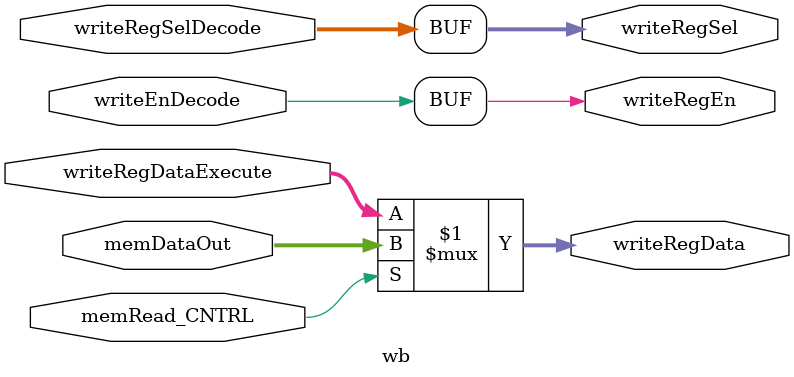
<source format=v>
/*
   CS/ECE 552 Spring '20
  
   Filename        : wb.v
   Description     : This is the module for the overall Write Back stage of the processor.
*/
module wb (memDataOut, writeRegDataExecute, memRead_CNTRL, writeRegSel, writeRegData, 
           writeRegEn, writeRegSelDecode, writeEnDecode);

   // TODO: Your code here

   // Module Input/Output Variables   
   input memRead_CNTRL, writeEnDecode;
   input [2:0] writeRegSelDecode;
   input [15:0] memDataOut, writeRegDataExecute;
   output writeRegEn;
   output [2:0] writeRegSel;
   output [15:0] writeRegData;

   // Memory Output Logic
   assign writeRegData = (memRead_CNTRL) ? memDataOut : writeRegDataExecute;  
   assign writeRegSel = writeRegSelDecode;
   assign writeRegEn = writeEnDecode;

endmodule

</source>
